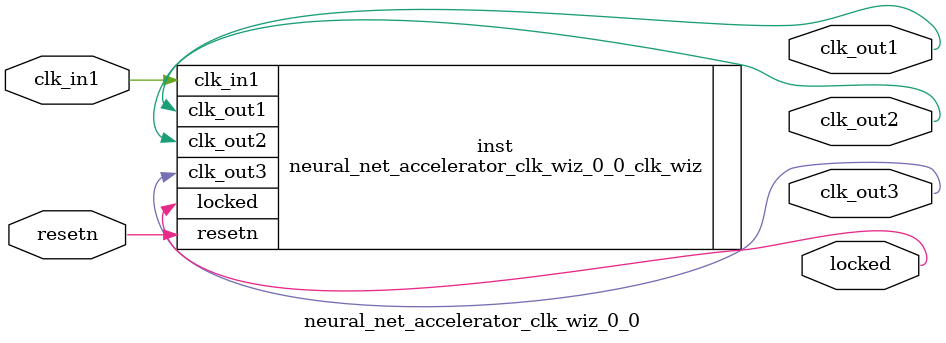
<source format=v>


`timescale 1ps/1ps

(* CORE_GENERATION_INFO = "neural_net_accelerator_clk_wiz_0_0,clk_wiz_v5_3_3_0,{component_name=neural_net_accelerator_clk_wiz_0_0,use_phase_alignment=true,use_min_o_jitter=false,use_max_i_jitter=false,use_dyn_phase_shift=false,use_inclk_switchover=false,use_dyn_reconfig=false,enable_axi=0,feedback_source=FDBK_AUTO,PRIMITIVE=MMCM,num_out_clk=3,clkin1_period=10.0,clkin2_period=10.0,use_power_down=false,use_reset=true,use_locked=true,use_inclk_stopped=false,feedback_type=SINGLE,CLOCK_MGR_TYPE=NA,manual_override=false}" *)

module neural_net_accelerator_clk_wiz_0_0 
 (
  // Clock out ports
  output        clk_out1,
  output        clk_out2,
  output        clk_out3,
  // Status and control signals
  input         resetn,
  output        locked,
 // Clock in ports
  input         clk_in1
 );

  neural_net_accelerator_clk_wiz_0_0_clk_wiz inst
  (
  // Clock out ports  
  .clk_out1(clk_out1),
  .clk_out2(clk_out2),
  .clk_out3(clk_out3),
  // Status and control signals               
  .resetn(resetn), 
  .locked(locked),
 // Clock in ports
  .clk_in1(clk_in1)
  );

endmodule

</source>
